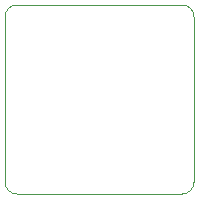
<source format=gbr>
%TF.GenerationSoftware,KiCad,Pcbnew,8.0.2-1*%
%TF.CreationDate,2024-11-08T16:05:35-05:00*%
%TF.ProjectId,stepper-adapter,73746570-7065-4722-9d61-646170746572,rev?*%
%TF.SameCoordinates,Original*%
%TF.FileFunction,Profile,NP*%
%FSLAX46Y46*%
G04 Gerber Fmt 4.6, Leading zero omitted, Abs format (unit mm)*
G04 Created by KiCad (PCBNEW 8.0.2-1) date 2024-11-08 16:05:35*
%MOMM*%
%LPD*%
G01*
G04 APERTURE LIST*
%TA.AperFunction,Profile*%
%ADD10C,0.050000*%
%TD*%
G04 APERTURE END LIST*
D10*
X15000000Y0D02*
G75*
G02*
X16000000Y-1000000I0J-1000000D01*
G01*
X0Y-1000000D02*
G75*
G02*
X1000000Y0I1000000J0D01*
G01*
X1000000Y-16000000D02*
G75*
G02*
X0Y-15000000I0J1000000D01*
G01*
X16000000Y-15000000D02*
G75*
G02*
X15000000Y-16000000I-1000000J0D01*
G01*
X16000000Y-15000000D02*
X16000000Y-1000000D01*
X1000000Y-16000000D02*
X15000000Y-16000000D01*
X0Y-1000000D02*
X0Y-15000000D01*
X1000000Y0D02*
X15000000Y0D01*
M02*

</source>
